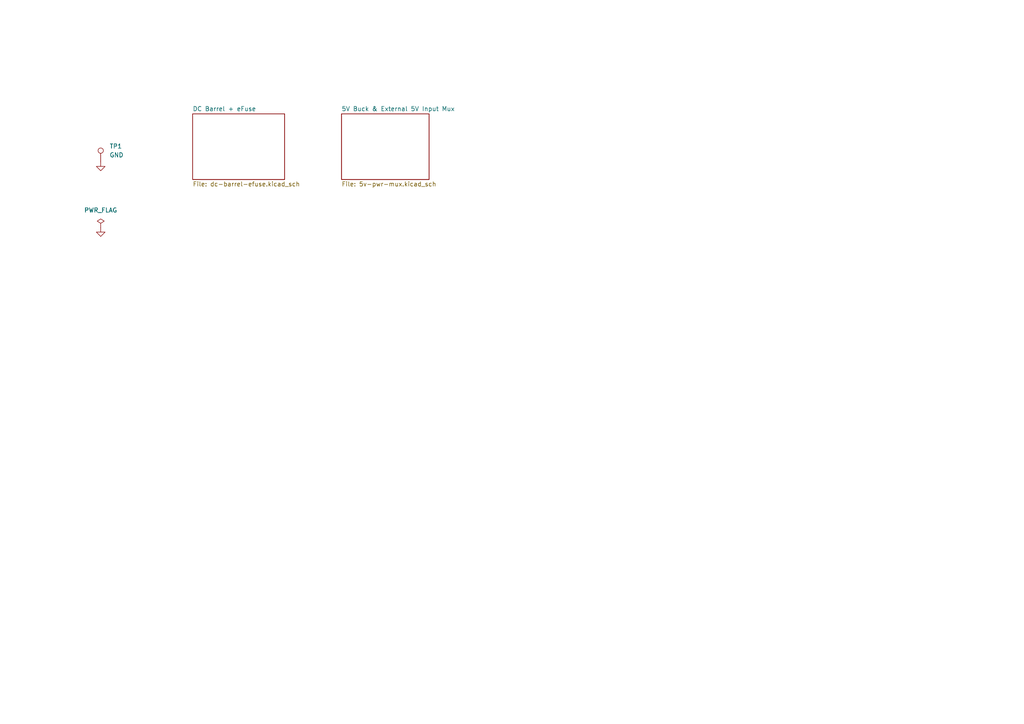
<source format=kicad_sch>
(kicad_sch (version 20231120) (generator "eeschema") (generator_version "8.0")
  (paper "A4")
  (lib_symbols
    (symbol "Connector:TestPoint" (pin_numbers hide) (pin_names (offset 0.762) hide)
      (property "Reference" "TP" (at 0 6.858 0))
      (property "Value" "TestPoint" (at 0 5.08 0))
      (symbol "TestPoint_0_1"
        (circle (center 0 3.302) (radius 0.762))
      )
      (symbol "TestPoint_1_1"
        (pin passive line (at 0 0 90) (length 2.54) (name "1") (number "1"))
      )
    )
    (symbol "PCM_4ms_Power-symbol:PWR_FLAG" (power) (pin_numbers hide) (pin_names (offset 0) hide)
      (property "Value" "PWR_FLAG" (at 0 3.81 0))
      (symbol "PWR_FLAG_0_0"
        (pin power_out line (at 0 0 90) (length 0) (name "pwr") (number "1"))
      )
      (symbol "PWR_FLAG_0_1"
        (polyline (pts (xy 0 0) (xy 0 1.27) (xy -1.016 1.905) (xy 0 2.54) (xy 1.016 1.905) (xy 0 1.27)))
      )
    )
    (symbol "power:GND" (power) (pin_numbers hide) (pin_names (offset 0) hide)
      (property "Value" "GND" (at 0 -3.81 0))
      (symbol "GND_0_1"
        (polyline (pts (xy 0 0) (xy 0 -1.27) (xy 1.27 -1.27) (xy 0 -2.54) (xy -1.27 -1.27) (xy 0 -1.27)))
      )
      (symbol "GND_1_1"
        (pin power_in line (at 0 0 270) (length 0) (name "~") (number "1"))
      )
    )
  )
  (symbol (lib_id "power:GND") (at 29.21 46.99 0) (unit 1)
    (property "Reference" "#PWR04" (effects (hide yes)))
    (property "Value" "GND" (effects (hide yes)))
    (property "Description" "Power symbol creates a global label with name \"GND\" , ground" (effects (hide yes)))
  )
  (symbol (lib_id "PCM_4ms_Power-symbol:PWR_FLAG") (at 29.21 66.04 0) (unit 1)
    (property "Reference" "#FLG03" (effects (hide yes)))
    (property "Value" "PWR_FLAG" (at 29.21 60.96 0))
  )
  (symbol (lib_id "power:GND") (at 29.21 66.04 0) (unit 1)
    (property "Reference" "#PWR02" (effects (hide yes)))
    (property "Value" "GND" (effects (hide yes)))
    (property "Description" "Power symbol creates a global label with name \"GND\" , ground" (effects (hide yes)))
  )
  (symbol (lib_id "Connector:TestPoint") (at 29.21 46.99 0) (unit 1)
    (property "Reference" "TP1" (at 31.75 42.4179 0) (effects (justify left)))
    (property "Value" "GND" (at 31.75 44.9579 0) (effects (justify left)))
    (property "Footprint" "TestPoint:TestPoint_Keystone_5000-5004_Miniature" (effects (hide yes)))
    (property "Datasheet" "https://www.keyelco.com/userAssets/file/M65p56.pdf" (effects (hide yes)))
    (property "Description" "Black test point, GND" (effects (hide yes)))
    (property "Digikey" "https://www.digikey.com/en/products/detail/keystone-electronics/5001/255327" (effects (hide yes)))
    (property "Mfgr" "Keystone" (effects (hide yes)))
    (property "MPN" "5001" (effects (hide yes)))
  )
  (sheet (at 99.06 33.02) (size 25.4 19.05) (stroke (width 0.1524))
    (property "Sheetname" "5V Buck & External 5V Input Mux" (at 99.06 32.3084 0) (effects (justify left bottom)))
    (property "Sheetfile" "5v-pwr-mux.kicad_sch" (at 99.06 52.6546 0) (effects (justify left top)))
  )
  (sheet (at 55.88 33.02) (size 26.67 19.05) (stroke (width 0.1524))
    (property "Sheetname" "DC Barrel + eFuse" (at 55.88 32.3084 0) (effects (justify left bottom)))
    (property "Sheetfile" "dc-barrel-efuse.kicad_sch" (at 55.88 52.6546 0) (effects (justify left top)))
  )
)
</source>
